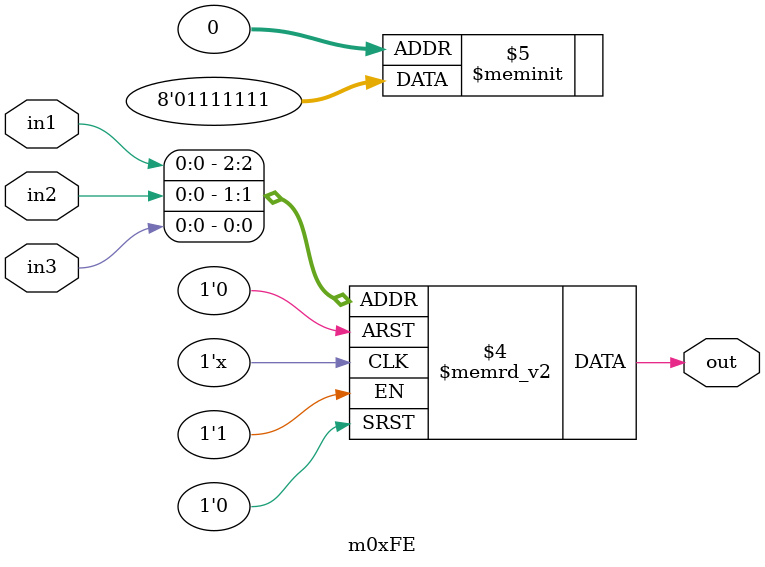
<source format=v>
module m0xFE(output out, input in1, in2, in3);

   always @(in1, in2, in3)
     begin
        case({in1, in2, in3})
          3'b000: {out} = 1'b1;
          3'b001: {out} = 1'b1;
          3'b010: {out} = 1'b1;
          3'b011: {out} = 1'b1;
          3'b100: {out} = 1'b1;
          3'b101: {out} = 1'b1;
          3'b110: {out} = 1'b1;
          3'b111: {out} = 1'b0;
        endcase // case ({in1, in2, in3})
     end // always @ (in1, in2, in3)

endmodule // m0xFE
</source>
